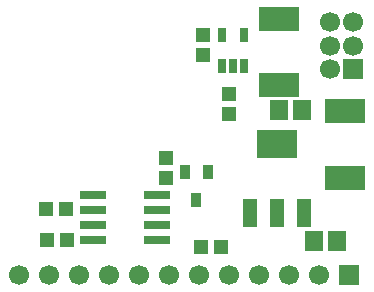
<source format=gbr>
G04 DipTrace 3.3.1.3*
G04 TopMask.gbr*
%MOMM*%
G04 #@! TF.FileFunction,Soldermask,Top*
G04 #@! TF.Part,Single*
%ADD43R,0.8X1.3*%
%ADD45R,3.45X2.35*%
%ADD47R,1.15X2.35*%
%ADD49R,2.2X0.8*%
%ADD51R,3.4X2.0*%
%ADD53C,1.7*%
%ADD55R,1.7X1.7*%
%ADD57R,0.85X1.25*%
%ADD59R,1.2X1.3*%
%ADD61R,1.5X1.7*%
%ADD63R,1.3X1.2*%
%FSLAX35Y35*%
G04*
G71*
G90*
G75*
G01*
G04 TopMask*
%LPD*%
D63*
X1443000Y1472000D3*
X1613000D3*
D61*
X3704000Y1465000D3*
X3894000D3*
X3410000Y2573000D3*
X3600000D3*
D63*
X2745000Y1411000D3*
X2915000D3*
D59*
X2766000Y3209000D3*
Y3039000D3*
D57*
X2802000Y2042000D3*
X2612000D3*
X2707000Y1812000D3*
D55*
X3999000Y1174000D3*
D53*
X3745000D3*
X3491000D3*
X3237000D3*
X2983000D3*
X2729000D3*
X2475000D3*
X2221000D3*
X1967000D3*
X1713000D3*
X1459000D3*
X1205000D3*
D63*
X1436000Y1731000D3*
X1606000D3*
D59*
X2454000Y1994000D3*
Y2164000D3*
D51*
X3409000Y3344000D3*
Y2784000D3*
X3969000Y2559000D3*
Y1999000D3*
D59*
X2980000Y2709000D3*
Y2539000D3*
D49*
X2373000Y1472000D3*
Y1599000D3*
Y1726000D3*
Y1853000D3*
X1833000D3*
Y1726000D3*
Y1599000D3*
Y1472000D3*
D47*
X3157000Y1701000D3*
X3387000D3*
X3617000D3*
D45*
X3387000Y2281000D3*
D43*
X2921000Y2940000D3*
X3016000D3*
X3111000D3*
Y3210000D3*
X2921000D3*
D55*
X4037000Y2916000D3*
D53*
Y3116000D3*
Y3316000D3*
X3837000D3*
Y3116000D3*
Y2916000D3*
M02*

</source>
